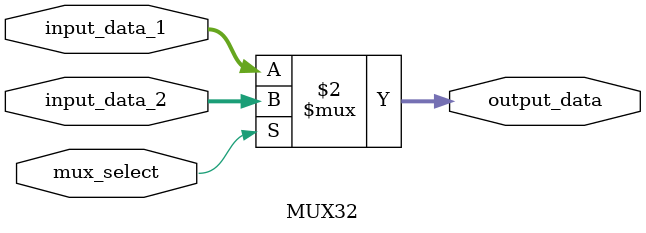
<source format=v>
module MUX32
(
    input wire [31:0] input_data_1,
    input wire [31:0] input_data_2,
    input wire mux_select,
    output wire [31:0] output_data
);
    assign output_data = (mux_select == 1'b0) ? input_data_1 : input_data_2;
endmodule
</source>
